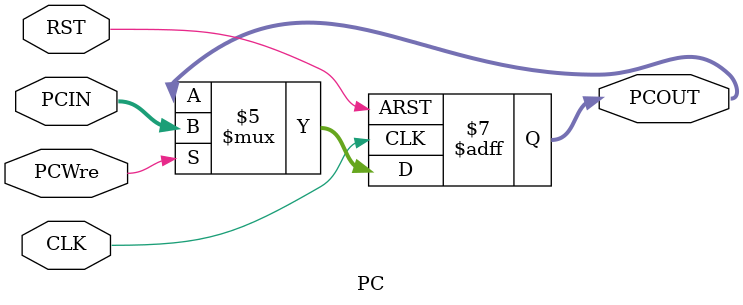
<source format=v>
`timescale 1ns / 1ps


module PC(
    input CLK,
    input RST,
    input PCWre,
    input [31:0] PCIN,
    output reg[31:0] PCOUT
    );
    initial begin
        PCOUT<=0;
    end
    always@(posedge CLK or posedge RST) begin
        if(RST==1)    PCOUT<=0;
        else begin
            if(PCWre==1)    PCOUT<=PCIN;
            end
        end
    
endmodule

</source>
